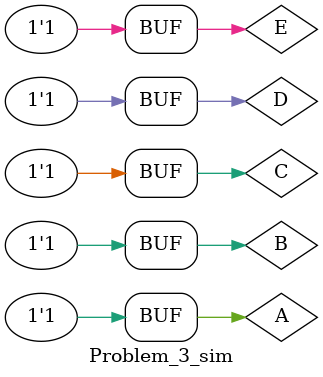
<source format=v>
`timescale 1ns / 1ps


module Problem_3_sim(  );
       reg A;
 reg B;
 reg C;
 reg D;
 reg E;
 wire pos;
 wire sop;
 Problem_3 UUT(.A(A), .B(B), .C(C), .D(D), .E(E), .pos(pos), .sop(sop) );
 
 initial begin
 A = 0;
 B = 0;
 C = 0;
 D = 0;
 E = 0;
 #10;
 
 A = 0;
 B = 0;
 C = 0;
 D = 0;
 E = 1;
 #10;
 
 A = 0;
 B = 0;
 C = 0;
 D = 1;
 E = 0;
 #10;
 
 A = 0;
 B = 0;
 C = 0;
 D = 1;
 E = 1;
 #10;
 
 A = 0;
 B = 0;
 C = 1;
 D = 0;
 E = 0;
 #10;
 
 A = 0;
 B = 0;
 C = 1;
 D = 0;
 E = 1;
 #10;
 
 A = 0;
 B = 0;
 C = 1;
 D = 1;
 E = 0;
 #10;
 
 A = 0;
 B = 0;
 C = 1;
 D = 1;
 E = 1;
 #10;
 
 A = 0;
 B = 1;
 C = 0;
 D = 0;
 E = 0;
 #10;
 
 A = 0;
 B = 1;
 C = 0;
 D = 0;
 E = 1;
 #10;
 
 A = 0;
 B = 1;
 C = 0;
 D = 1;
 E = 0;
 #10;
 
 A = 0;
 B = 1;
 C = 0;
 D = 1;
 E = 1;
 #10;
 
 A = 0;
 B = 1;
 C = 1;
 D = 0;
 E = 0;
 #10;
 
 A = 0;
 B = 1;
 C = 1;
 D = 0;
 E = 1;
 #10;
 
 A = 0;
 B = 1;
 C = 1;
 D = 1;
 E = 0;
 #10;
 
 A = 0;
 B = 1;
 C = 1;
 D = 1;
 E = 1;
 #10;
 
 A = 1;
 B = 0;
 C = 0;
 D = 0;
 E = 0;
 #10;
 
 A = 1;
 B = 0;
 C = 0;
 D = 0;
 E = 1;
 #10;
 
 A = 1;
 B = 0;
 C = 0;
 D = 1;
 E = 0;
 #10;
 
 A = 1;
 B = 0;
 C = 0;
 D = 1;
 E = 1;
 #10;
 
 A = 1;
 B = 0;
 C = 1;
 D = 0;
 E = 0;
 #10;
 
 A = 1;
 B = 0;
 C = 1;
 D = 0;
 E = 1;
 #10;
 
 A = 1;
 B = 0;
 C = 1;
 D = 1;
 E = 0;
 #10;
 
 A = 1;
 B = 0;
 C = 1;
 D = 1;
 E = 1;
 #10;
 
 A = 1;
 B = 1;
 C = 0;
 D = 0;
 E = 0;
 #10;
 
 A = 1;
 B = 1;
 C = 0;
 D = 0;
 E = 1;
 #10;
 
 A = 1;
 B = 1;
 C = 0;
 D = 1;
 E = 0;
 #10;
 
 A = 1;
 B = 1;
 C = 0;
 D = 1;
 E = 1;
 #10;
 
 A = 1;
 B = 1;
 C = 1;
 D = 0;
 E = 0;
 #10;
 
 A = 1;
 B = 1;
 C = 1;
 D = 0;
 E = 1;
 #10;
 
 A = 1;
 B = 1;
 C = 1;
 D = 1;
 E = 0;
 #10;
 
 A = 1;
 B = 1;
 C = 1;
 D = 1;
 E = 1;
 #10;

end
endmodule

</source>
